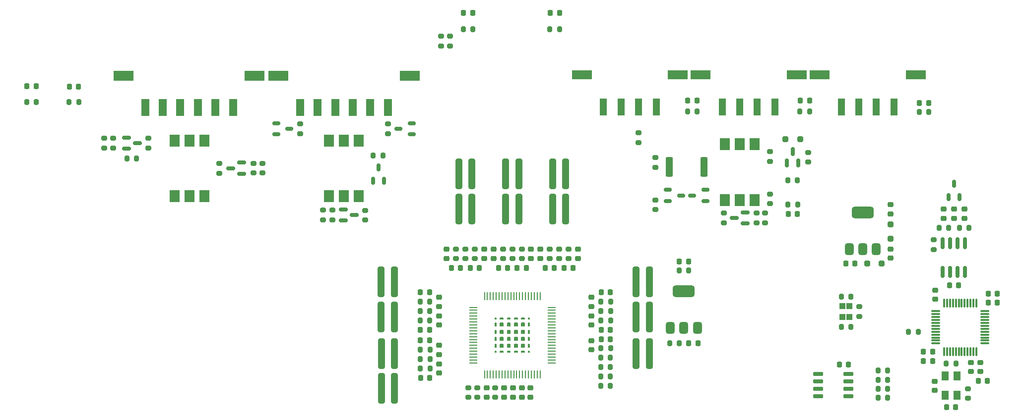
<source format=gbr>
%TF.GenerationSoftware,KiCad,Pcbnew,8.0.2*%
%TF.CreationDate,2024-06-27T20:48:59+03:00*%
%TF.ProjectId,MVBMS,4d56424d-532e-46b6-9963-61645f706362,rev?*%
%TF.SameCoordinates,Original*%
%TF.FileFunction,Paste,Top*%
%TF.FilePolarity,Positive*%
%FSLAX46Y46*%
G04 Gerber Fmt 4.6, Leading zero omitted, Abs format (unit mm)*
G04 Created by KiCad (PCBNEW 8.0.2) date 2024-06-27 20:48:59*
%MOMM*%
%LPD*%
G01*
G04 APERTURE LIST*
G04 Aperture macros list*
%AMRoundRect*
0 Rectangle with rounded corners*
0 $1 Rounding radius*
0 $2 $3 $4 $5 $6 $7 $8 $9 X,Y pos of 4 corners*
0 Add a 4 corners polygon primitive as box body*
4,1,4,$2,$3,$4,$5,$6,$7,$8,$9,$2,$3,0*
0 Add four circle primitives for the rounded corners*
1,1,$1+$1,$2,$3*
1,1,$1+$1,$4,$5*
1,1,$1+$1,$6,$7*
1,1,$1+$1,$8,$9*
0 Add four rect primitives between the rounded corners*
20,1,$1+$1,$2,$3,$4,$5,0*
20,1,$1+$1,$4,$5,$6,$7,0*
20,1,$1+$1,$6,$7,$8,$9,0*
20,1,$1+$1,$8,$9,$2,$3,0*%
G04 Aperture macros list end*
%ADD10C,0.200000*%
%ADD11RoundRect,0.225000X0.250000X-0.225000X0.250000X0.225000X-0.250000X0.225000X-0.250000X-0.225000X0*%
%ADD12RoundRect,0.200000X0.200000X0.275000X-0.200000X0.275000X-0.200000X-0.275000X0.200000X-0.275000X0*%
%ADD13RoundRect,0.200000X-0.200000X-0.275000X0.200000X-0.275000X0.200000X0.275000X-0.200000X0.275000X0*%
%ADD14RoundRect,0.200000X-0.275000X0.200000X-0.275000X-0.200000X0.275000X-0.200000X0.275000X0.200000X0*%
%ADD15RoundRect,0.218750X0.218750X0.256250X-0.218750X0.256250X-0.218750X-0.256250X0.218750X-0.256250X0*%
%ADD16R,1.780000X2.000000*%
%ADD17RoundRect,0.225000X-0.250000X0.225000X-0.250000X-0.225000X0.250000X-0.225000X0.250000X0.225000X0*%
%ADD18RoundRect,0.200000X0.275000X-0.200000X0.275000X0.200000X-0.275000X0.200000X-0.275000X-0.200000X0*%
%ADD19RoundRect,0.225000X-0.225000X-0.250000X0.225000X-0.250000X0.225000X0.250000X-0.225000X0.250000X0*%
%ADD20RoundRect,0.218750X-0.218750X-0.256250X0.218750X-0.256250X0.218750X0.256250X-0.218750X0.256250X0*%
%ADD21R,3.430000X1.650000*%
%ADD22R,1.270000X3.000000*%
%ADD23RoundRect,0.250000X0.325000X2.350000X-0.325000X2.350000X-0.325000X-2.350000X0.325000X-2.350000X0*%
%ADD24RoundRect,0.150000X0.150000X-0.512500X0.150000X0.512500X-0.150000X0.512500X-0.150000X-0.512500X0*%
%ADD25R,1.346200X2.997200*%
%ADD26R,3.505200X1.727200*%
%ADD27RoundRect,0.225000X0.225000X0.250000X-0.225000X0.250000X-0.225000X-0.250000X0.225000X-0.250000X0*%
%ADD28RoundRect,0.375000X0.375000X-0.625000X0.375000X0.625000X-0.375000X0.625000X-0.375000X-0.625000X0*%
%ADD29RoundRect,0.500000X1.400000X-0.500000X1.400000X0.500000X-1.400000X0.500000X-1.400000X-0.500000X0*%
%ADD30RoundRect,0.250000X-0.362500X-1.425000X0.362500X-1.425000X0.362500X1.425000X-0.362500X1.425000X0*%
%ADD31RoundRect,0.250000X-0.325000X-2.350000X0.325000X-2.350000X0.325000X2.350000X-0.325000X2.350000X0*%
%ADD32RoundRect,0.150000X0.512500X0.150000X-0.512500X0.150000X-0.512500X-0.150000X0.512500X-0.150000X0*%
%ADD33RoundRect,0.150000X-0.512500X-0.150000X0.512500X-0.150000X0.512500X0.150000X-0.512500X0.150000X0*%
%ADD34RoundRect,0.150000X0.150000X-0.587500X0.150000X0.587500X-0.150000X0.587500X-0.150000X-0.587500X0*%
%ADD35RoundRect,0.150000X-0.587500X-0.150000X0.587500X-0.150000X0.587500X0.150000X-0.587500X0.150000X0*%
%ADD36RoundRect,0.150000X0.150000X-0.825000X0.150000X0.825000X-0.150000X0.825000X-0.150000X-0.825000X0*%
%ADD37RoundRect,0.218750X-0.256250X0.218750X-0.256250X-0.218750X0.256250X-0.218750X0.256250X0.218750X0*%
%ADD38R,1.000000X1.000000*%
%ADD39RoundRect,0.075000X0.075000X-0.662500X0.075000X0.662500X-0.075000X0.662500X-0.075000X-0.662500X0*%
%ADD40RoundRect,0.075000X0.662500X-0.075000X0.662500X0.075000X-0.662500X0.075000X-0.662500X-0.075000X0*%
%ADD41RoundRect,0.250000X-0.250000X-0.250000X0.250000X-0.250000X0.250000X0.250000X-0.250000X0.250000X0*%
%ADD42RoundRect,0.218750X0.256250X-0.218750X0.256250X0.218750X-0.256250X0.218750X-0.256250X-0.218750X0*%
%ADD43RoundRect,0.250000X0.250000X-0.250000X0.250000X0.250000X-0.250000X0.250000X-0.250000X-0.250000X0*%
%ADD44O,1.500000X0.250000*%
%ADD45O,0.250000X1.500000*%
%ADD46RoundRect,0.150000X0.587500X0.150000X-0.587500X0.150000X-0.587500X-0.150000X0.587500X-0.150000X0*%
%ADD47RoundRect,0.150000X-0.725000X-0.150000X0.725000X-0.150000X0.725000X0.150000X-0.725000X0.150000X0*%
%ADD48R,1.300000X1.600000*%
%ADD49RoundRect,0.250000X0.250000X0.250000X-0.250000X0.250000X-0.250000X-0.250000X0.250000X-0.250000X0*%
G04 APERTURE END LIST*
%TO.C,U3*%
D10*
X189425000Y-160175000D02*
X189275000Y-160175000D01*
X189275000Y-160025000D01*
X189425000Y-160025000D01*
X189425000Y-160175000D01*
G36*
X189425000Y-160175000D02*
G01*
X189275000Y-160175000D01*
X189275000Y-160025000D01*
X189425000Y-160025000D01*
X189425000Y-160175000D01*
G37*
X189425000Y-160875000D02*
X189275000Y-160875000D01*
X189275000Y-161375000D01*
X189425000Y-161375000D01*
X189425000Y-160875000D01*
G36*
X189425000Y-160875000D02*
G01*
X189275000Y-160875000D01*
X189275000Y-161375000D01*
X189425000Y-161375000D01*
X189425000Y-160875000D01*
G37*
X189425000Y-162075000D02*
X189275000Y-162075000D01*
X189275000Y-162575000D01*
X189425000Y-162575000D01*
X189425000Y-162075000D01*
G36*
X189425000Y-162075000D02*
G01*
X189275000Y-162075000D01*
X189275000Y-162575000D01*
X189425000Y-162575000D01*
X189425000Y-162075000D01*
G37*
X189425000Y-163275000D02*
X189275000Y-163275000D01*
X189275000Y-163775000D01*
X189425000Y-163775000D01*
X189425000Y-163275000D01*
G36*
X189425000Y-163275000D02*
G01*
X189275000Y-163275000D01*
X189275000Y-163775000D01*
X189425000Y-163775000D01*
X189425000Y-163275000D01*
G37*
X189425000Y-164475000D02*
X189275000Y-164475000D01*
X189275000Y-164975000D01*
X189425000Y-164975000D01*
X189425000Y-164475000D01*
G36*
X189425000Y-164475000D02*
G01*
X189275000Y-164475000D01*
X189275000Y-164975000D01*
X189425000Y-164975000D01*
X189425000Y-164475000D01*
G37*
X189425000Y-165825000D02*
X189275000Y-165825000D01*
X189275000Y-165675000D01*
X189425000Y-165675000D01*
X189425000Y-165825000D01*
G36*
X189425000Y-165825000D02*
G01*
X189275000Y-165825000D01*
X189275000Y-165675000D01*
X189425000Y-165675000D01*
X189425000Y-165825000D01*
G37*
X190625000Y-160175000D02*
X190125000Y-160175000D01*
X190125000Y-160025000D01*
X190625000Y-160025000D01*
X190625000Y-160175000D01*
G36*
X190625000Y-160175000D02*
G01*
X190125000Y-160175000D01*
X190125000Y-160025000D01*
X190625000Y-160025000D01*
X190625000Y-160175000D01*
G37*
X190625000Y-161375000D02*
X190125000Y-161375000D01*
X190125000Y-160875000D01*
X190625000Y-160875000D01*
X190625000Y-161375000D01*
G36*
X190625000Y-161375000D02*
G01*
X190125000Y-161375000D01*
X190125000Y-160875000D01*
X190625000Y-160875000D01*
X190625000Y-161375000D01*
G37*
X190625000Y-162575000D02*
X190125000Y-162575000D01*
X190125000Y-162075000D01*
X190625000Y-162075000D01*
X190625000Y-162575000D01*
G36*
X190625000Y-162575000D02*
G01*
X190125000Y-162575000D01*
X190125000Y-162075000D01*
X190625000Y-162075000D01*
X190625000Y-162575000D01*
G37*
X190625000Y-163775000D02*
X190125000Y-163775000D01*
X190125000Y-163275000D01*
X190625000Y-163275000D01*
X190625000Y-163775000D01*
G36*
X190625000Y-163775000D02*
G01*
X190125000Y-163775000D01*
X190125000Y-163275000D01*
X190625000Y-163275000D01*
X190625000Y-163775000D01*
G37*
X190625000Y-164975000D02*
X190125000Y-164975000D01*
X190125000Y-164475000D01*
X190625000Y-164475000D01*
X190625000Y-164975000D01*
G36*
X190625000Y-164975000D02*
G01*
X190125000Y-164975000D01*
X190125000Y-164475000D01*
X190625000Y-164475000D01*
X190625000Y-164975000D01*
G37*
X190625000Y-165825000D02*
X190125000Y-165825000D01*
X190125000Y-165675000D01*
X190625000Y-165675000D01*
X190625000Y-165825000D01*
G36*
X190625000Y-165825000D02*
G01*
X190125000Y-165825000D01*
X190125000Y-165675000D01*
X190625000Y-165675000D01*
X190625000Y-165825000D01*
G37*
X191825000Y-160175000D02*
X191325000Y-160175000D01*
X191325000Y-160025000D01*
X191825000Y-160025000D01*
X191825000Y-160175000D01*
G36*
X191825000Y-160175000D02*
G01*
X191325000Y-160175000D01*
X191325000Y-160025000D01*
X191825000Y-160025000D01*
X191825000Y-160175000D01*
G37*
X191825000Y-161375000D02*
X191325000Y-161375000D01*
X191325000Y-160875000D01*
X191825000Y-160875000D01*
X191825000Y-161375000D01*
G36*
X191825000Y-161375000D02*
G01*
X191325000Y-161375000D01*
X191325000Y-160875000D01*
X191825000Y-160875000D01*
X191825000Y-161375000D01*
G37*
X191825000Y-162575000D02*
X191325000Y-162575000D01*
X191325000Y-162075000D01*
X191825000Y-162075000D01*
X191825000Y-162575000D01*
G36*
X191825000Y-162575000D02*
G01*
X191325000Y-162575000D01*
X191325000Y-162075000D01*
X191825000Y-162075000D01*
X191825000Y-162575000D01*
G37*
X191825000Y-163775000D02*
X191325000Y-163775000D01*
X191325000Y-163275000D01*
X191825000Y-163275000D01*
X191825000Y-163775000D01*
G36*
X191825000Y-163775000D02*
G01*
X191325000Y-163775000D01*
X191325000Y-163275000D01*
X191825000Y-163275000D01*
X191825000Y-163775000D01*
G37*
X191825000Y-164975000D02*
X191325000Y-164975000D01*
X191325000Y-164475000D01*
X191825000Y-164475000D01*
X191825000Y-164975000D01*
G36*
X191825000Y-164975000D02*
G01*
X191325000Y-164975000D01*
X191325000Y-164475000D01*
X191825000Y-164475000D01*
X191825000Y-164975000D01*
G37*
X191825000Y-165825000D02*
X191325000Y-165825000D01*
X191325000Y-165675000D01*
X191825000Y-165675000D01*
X191825000Y-165825000D01*
G36*
X191825000Y-165825000D02*
G01*
X191325000Y-165825000D01*
X191325000Y-165675000D01*
X191825000Y-165675000D01*
X191825000Y-165825000D01*
G37*
X193025000Y-160175000D02*
X192525000Y-160175000D01*
X192525000Y-160025000D01*
X193025000Y-160025000D01*
X193025000Y-160175000D01*
G36*
X193025000Y-160175000D02*
G01*
X192525000Y-160175000D01*
X192525000Y-160025000D01*
X193025000Y-160025000D01*
X193025000Y-160175000D01*
G37*
X193025000Y-161375000D02*
X192525000Y-161375000D01*
X192525000Y-160875000D01*
X193025000Y-160875000D01*
X193025000Y-161375000D01*
G36*
X193025000Y-161375000D02*
G01*
X192525000Y-161375000D01*
X192525000Y-160875000D01*
X193025000Y-160875000D01*
X193025000Y-161375000D01*
G37*
X193025000Y-162575000D02*
X192525000Y-162575000D01*
X192525000Y-162075000D01*
X193025000Y-162075000D01*
X193025000Y-162575000D01*
G36*
X193025000Y-162575000D02*
G01*
X192525000Y-162575000D01*
X192525000Y-162075000D01*
X193025000Y-162075000D01*
X193025000Y-162575000D01*
G37*
X193025000Y-163775000D02*
X192525000Y-163775000D01*
X192525000Y-163275000D01*
X193025000Y-163275000D01*
X193025000Y-163775000D01*
G36*
X193025000Y-163775000D02*
G01*
X192525000Y-163775000D01*
X192525000Y-163275000D01*
X193025000Y-163275000D01*
X193025000Y-163775000D01*
G37*
X193025000Y-164975000D02*
X192525000Y-164975000D01*
X192525000Y-164475000D01*
X193025000Y-164475000D01*
X193025000Y-164975000D01*
G36*
X193025000Y-164975000D02*
G01*
X192525000Y-164975000D01*
X192525000Y-164475000D01*
X193025000Y-164475000D01*
X193025000Y-164975000D01*
G37*
X193025000Y-165825000D02*
X192525000Y-165825000D01*
X192525000Y-165675000D01*
X193025000Y-165675000D01*
X193025000Y-165825000D01*
G36*
X193025000Y-165825000D02*
G01*
X192525000Y-165825000D01*
X192525000Y-165675000D01*
X193025000Y-165675000D01*
X193025000Y-165825000D01*
G37*
X194225000Y-160175000D02*
X193725000Y-160175000D01*
X193725000Y-160025000D01*
X194225000Y-160025000D01*
X194225000Y-160175000D01*
G36*
X194225000Y-160175000D02*
G01*
X193725000Y-160175000D01*
X193725000Y-160025000D01*
X194225000Y-160025000D01*
X194225000Y-160175000D01*
G37*
X194225000Y-161375000D02*
X193725000Y-161375000D01*
X193725000Y-160875000D01*
X194225000Y-160875000D01*
X194225000Y-161375000D01*
G36*
X194225000Y-161375000D02*
G01*
X193725000Y-161375000D01*
X193725000Y-160875000D01*
X194225000Y-160875000D01*
X194225000Y-161375000D01*
G37*
X194225000Y-162575000D02*
X193725000Y-162575000D01*
X193725000Y-162075000D01*
X194225000Y-162075000D01*
X194225000Y-162575000D01*
G36*
X194225000Y-162575000D02*
G01*
X193725000Y-162575000D01*
X193725000Y-162075000D01*
X194225000Y-162075000D01*
X194225000Y-162575000D01*
G37*
X194225000Y-163775000D02*
X193725000Y-163775000D01*
X193725000Y-163275000D01*
X194225000Y-163275000D01*
X194225000Y-163775000D01*
G36*
X194225000Y-163775000D02*
G01*
X193725000Y-163775000D01*
X193725000Y-163275000D01*
X194225000Y-163275000D01*
X194225000Y-163775000D01*
G37*
X194225000Y-164975000D02*
X193725000Y-164975000D01*
X193725000Y-164475000D01*
X194225000Y-164475000D01*
X194225000Y-164975000D01*
G36*
X194225000Y-164975000D02*
G01*
X193725000Y-164975000D01*
X193725000Y-164475000D01*
X194225000Y-164475000D01*
X194225000Y-164975000D01*
G37*
X194225000Y-165825000D02*
X193725000Y-165825000D01*
X193725000Y-165675000D01*
X194225000Y-165675000D01*
X194225000Y-165825000D01*
G36*
X194225000Y-165825000D02*
G01*
X193725000Y-165825000D01*
X193725000Y-165675000D01*
X194225000Y-165675000D01*
X194225000Y-165825000D01*
G37*
X195075000Y-160175000D02*
X194925000Y-160175000D01*
X194925000Y-160025000D01*
X195075000Y-160025000D01*
X195075000Y-160175000D01*
G36*
X195075000Y-160175000D02*
G01*
X194925000Y-160175000D01*
X194925000Y-160025000D01*
X195075000Y-160025000D01*
X195075000Y-160175000D01*
G37*
X195075000Y-160875000D02*
X194925000Y-160875000D01*
X194925000Y-161375000D01*
X195075000Y-161375000D01*
X195075000Y-160875000D01*
G36*
X195075000Y-160875000D02*
G01*
X194925000Y-160875000D01*
X194925000Y-161375000D01*
X195075000Y-161375000D01*
X195075000Y-160875000D01*
G37*
X195075000Y-162075000D02*
X194925000Y-162075000D01*
X194925000Y-162575000D01*
X195075000Y-162575000D01*
X195075000Y-162075000D01*
G36*
X195075000Y-162075000D02*
G01*
X194925000Y-162075000D01*
X194925000Y-162575000D01*
X195075000Y-162575000D01*
X195075000Y-162075000D01*
G37*
X195075000Y-163275000D02*
X194925000Y-163275000D01*
X194925000Y-163775000D01*
X195075000Y-163775000D01*
X195075000Y-163275000D01*
G36*
X195075000Y-163275000D02*
G01*
X194925000Y-163275000D01*
X194925000Y-163775000D01*
X195075000Y-163775000D01*
X195075000Y-163275000D01*
G37*
X195075000Y-164475000D02*
X194925000Y-164475000D01*
X194925000Y-164975000D01*
X195075000Y-164975000D01*
X195075000Y-164475000D01*
G36*
X195075000Y-164475000D02*
G01*
X194925000Y-164475000D01*
X194925000Y-164975000D01*
X195075000Y-164975000D01*
X195075000Y-164475000D01*
G37*
X195075000Y-165825000D02*
X194925000Y-165825000D01*
X194925000Y-165675000D01*
X195075000Y-165675000D01*
X195075000Y-165825000D01*
G36*
X195075000Y-165825000D02*
G01*
X194925000Y-165825000D01*
X194925000Y-165675000D01*
X195075000Y-165675000D01*
X195075000Y-165825000D01*
G37*
%TD*%
D11*
%TO.C,C43*%
X203375000Y-149800000D03*
X203375000Y-148250000D03*
%TD*%
%TO.C,C24*%
X179675000Y-166225000D03*
X179675000Y-164675000D03*
%TD*%
D12*
%TO.C,R11*%
X261433097Y-162350000D03*
X259783097Y-162350000D03*
%TD*%
D13*
%TO.C,R51*%
X176475000Y-167025000D03*
X178125000Y-167025000D03*
%TD*%
D14*
%TO.C,R62*%
X182575000Y-148200000D03*
X182575000Y-149850000D03*
%TD*%
D13*
%TO.C,R13*%
X261597500Y-124768750D03*
X263247500Y-124768750D03*
%TD*%
D15*
%TO.C,D18*%
X110922501Y-120371250D03*
X109347499Y-120371250D03*
%TD*%
D16*
%TO.C,U6*%
X134550000Y-139185000D03*
X137090000Y-139185000D03*
X139630000Y-139185000D03*
X139630000Y-129655000D03*
X137090000Y-129655000D03*
X134550000Y-129655000D03*
%TD*%
D17*
%TO.C,C21*%
X187775000Y-171950000D03*
X187775000Y-173500000D03*
%TD*%
D18*
%TO.C,R40*%
X167085300Y-143262500D03*
X167085300Y-141612500D03*
%TD*%
D19*
%TO.C,C6*%
X273378098Y-157390000D03*
X274928098Y-157390000D03*
%TD*%
%TO.C,C19*%
X222285000Y-164270000D03*
X223835000Y-164270000D03*
%TD*%
D17*
%TO.C,C15*%
X269310000Y-141387500D03*
X269310000Y-142937500D03*
%TD*%
D12*
%TO.C,R10*%
X256220000Y-173590000D03*
X254570000Y-173590000D03*
%TD*%
D13*
%TO.C,R42*%
X239190000Y-136475000D03*
X240840000Y-136475000D03*
%TD*%
D19*
%TO.C,C3*%
X273385000Y-155862500D03*
X274935000Y-155862500D03*
%TD*%
D20*
%TO.C,D16*%
X222132500Y-122780000D03*
X223707500Y-122780000D03*
%TD*%
D18*
%TO.C,R3*%
X251407345Y-159722655D03*
X251407345Y-158072655D03*
%TD*%
D12*
%TO.C,R76*%
X208937500Y-158825000D03*
X207287500Y-158825000D03*
%TD*%
D18*
%TO.C,R45*%
X130023900Y-130921400D03*
X130023900Y-129271400D03*
%TD*%
%TO.C,R83*%
X148000000Y-135210000D03*
X148000000Y-133560000D03*
%TD*%
D14*
%TO.C,R66*%
X192175000Y-148200000D03*
X192175000Y-149850000D03*
%TD*%
D19*
%TO.C,C33*%
X181800000Y-151425000D03*
X183350000Y-151425000D03*
%TD*%
D13*
%TO.C,R50*%
X176475000Y-165425000D03*
X178125000Y-165425000D03*
%TD*%
D21*
%TO.C,J3*%
X220440000Y-118450000D03*
X204030000Y-118450000D03*
D22*
X216740000Y-123930000D03*
X213740000Y-123930000D03*
X210740000Y-123930000D03*
X207740000Y-123930000D03*
%TD*%
D13*
%TO.C,R46*%
X126418900Y-132696400D03*
X128068900Y-132696400D03*
%TD*%
D23*
%TO.C,R18*%
X215535000Y-166070000D03*
X213285000Y-166070000D03*
%TD*%
D20*
%TO.C,D14*%
X239245000Y-142190000D03*
X240820000Y-142190000D03*
%TD*%
D13*
%TO.C,R17*%
X198562500Y-110640000D03*
X200212500Y-110640000D03*
%TD*%
D24*
%TO.C,D5*%
X266610000Y-139312500D03*
X268510000Y-139312500D03*
X267560000Y-137037500D03*
%TD*%
D11*
%TO.C,C25*%
X179675000Y-169400000D03*
X179675000Y-167850000D03*
%TD*%
D23*
%TO.C,R79*%
X215555000Y-153780000D03*
X213305000Y-153780000D03*
%TD*%
D19*
%TO.C,C41*%
X197800000Y-151425000D03*
X199350000Y-151425000D03*
%TD*%
D25*
%TO.C,J6*%
X129520000Y-124040000D03*
X132519999Y-124040000D03*
X135519998Y-124040000D03*
X138519998Y-124040000D03*
X141519997Y-124040000D03*
X144519996Y-124040000D03*
D26*
X125818598Y-118553600D03*
X148221398Y-118553600D03*
%TD*%
D13*
%TO.C,R34*%
X168430300Y-132245000D03*
X170080300Y-132245000D03*
%TD*%
D14*
%TO.C,R44*%
X142180000Y-133585000D03*
X142180000Y-135235000D03*
%TD*%
D27*
%TO.C,C27*%
X178050000Y-163825000D03*
X176500000Y-163825000D03*
%TD*%
D17*
%TO.C,C44*%
X205675000Y-159650000D03*
X205675000Y-161200000D03*
%TD*%
D14*
%TO.C,R86*%
X235340000Y-142055000D03*
X235340000Y-143705000D03*
%TD*%
D13*
%TO.C,R5*%
X248317345Y-161522655D03*
X249967345Y-161522655D03*
%TD*%
D11*
%TO.C,C7*%
X264353098Y-156765000D03*
X264353098Y-155215000D03*
%TD*%
D27*
%TO.C,C13*%
X268335000Y-154362500D03*
X266785000Y-154362500D03*
%TD*%
%TO.C,C26*%
X178075000Y-170225000D03*
X176525000Y-170225000D03*
%TD*%
D28*
%TO.C,U1*%
X249665000Y-148220000D03*
X251965000Y-148220000D03*
D29*
X251965000Y-141920000D03*
D28*
X254265000Y-148220000D03*
%TD*%
D16*
%TO.C,U5*%
X160917800Y-139185000D03*
X163457800Y-139185000D03*
X165997800Y-139185000D03*
X165997800Y-129655000D03*
X163457800Y-129655000D03*
X160917800Y-129655000D03*
%TD*%
D30*
%TO.C,R30*%
X218972500Y-134200000D03*
X224897500Y-134200000D03*
%TD*%
D13*
%TO.C,R12*%
X183820000Y-110640000D03*
X185470000Y-110640000D03*
%TD*%
D23*
%TO.C,R78*%
X215535000Y-159780000D03*
X213285000Y-159780000D03*
%TD*%
D31*
%TO.C,R54*%
X169825000Y-172050000D03*
X172075000Y-172050000D03*
%TD*%
D13*
%TO.C,R57*%
X176450000Y-160425000D03*
X178100000Y-160425000D03*
%TD*%
D27*
%TO.C,C30*%
X178050000Y-162025000D03*
X176500000Y-162025000D03*
%TD*%
D14*
%TO.C,R82*%
X124030000Y-129271400D03*
X124030000Y-130921400D03*
%TD*%
D18*
%TO.C,R26*%
X186170000Y-173545000D03*
X186170000Y-171895000D03*
%TD*%
D14*
%TO.C,R2*%
X179990000Y-111855000D03*
X179990000Y-113505000D03*
%TD*%
D12*
%TO.C,R20*%
X208945000Y-165180000D03*
X207295000Y-165180000D03*
%TD*%
D15*
%TO.C,D19*%
X118155001Y-120411250D03*
X116579999Y-120411250D03*
%TD*%
D18*
%TO.C,R85*%
X233825000Y-143705000D03*
X233825000Y-142055000D03*
%TD*%
D13*
%TO.C,R55*%
X176450000Y-157225000D03*
X178100000Y-157225000D03*
%TD*%
D19*
%TO.C,C2*%
X266283098Y-175245000D03*
X267833098Y-175245000D03*
%TD*%
D14*
%TO.C,R28*%
X228270000Y-142055000D03*
X228270000Y-143705000D03*
%TD*%
D23*
%TO.C,R74*%
X201295000Y-135330000D03*
X199045000Y-135330000D03*
%TD*%
D32*
%TO.C,D13*%
X225160000Y-139990000D03*
X225160000Y-138090000D03*
X222885000Y-139040000D03*
%TD*%
D13*
%TO.C,R43*%
X239207500Y-140640000D03*
X240857500Y-140640000D03*
%TD*%
D33*
%TO.C,D12*%
X218710000Y-138090000D03*
X218710000Y-139990000D03*
X220985000Y-139040000D03*
%TD*%
D13*
%TO.C,R87*%
X254575000Y-169000000D03*
X256225000Y-169000000D03*
%TD*%
D17*
%TO.C,C9*%
X270450000Y-167587500D03*
X270450000Y-169137500D03*
%TD*%
D13*
%TO.C,R19*%
X207275000Y-166775000D03*
X208925000Y-166775000D03*
%TD*%
D32*
%TO.C,D11*%
X174985300Y-128575000D03*
X174985300Y-126675000D03*
X172710300Y-127625000D03*
%TD*%
D34*
%TO.C,Q3*%
X239065000Y-133455001D03*
X240965000Y-133455001D03*
X240015000Y-131580000D03*
%TD*%
D12*
%TO.C,R9*%
X267878098Y-167740000D03*
X266228098Y-167740000D03*
%TD*%
D14*
%TO.C,R61*%
X184175000Y-148200000D03*
X184175000Y-149850000D03*
%TD*%
D21*
%TO.C,J5*%
X240685000Y-118450000D03*
X224275000Y-118450000D03*
D22*
X236985000Y-123930000D03*
X233985000Y-123930000D03*
X230985000Y-123930000D03*
X227985000Y-123930000D03*
%TD*%
D13*
%TO.C,R16*%
X268460000Y-144587500D03*
X270110000Y-144587500D03*
%TD*%
D18*
%TO.C,R0*%
X184660000Y-173545000D03*
X184660000Y-171895000D03*
%TD*%
D35*
%TO.C,Q2*%
X163320300Y-141447500D03*
X163320300Y-143347500D03*
X165195300Y-142397500D03*
%TD*%
D11*
%TO.C,C1*%
X264253098Y-172365000D03*
X264253098Y-170815000D03*
%TD*%
D14*
%TO.C,R14*%
X264050000Y-146615000D03*
X264050000Y-148265000D03*
%TD*%
D12*
%TO.C,R27*%
X222305000Y-151897730D03*
X220655000Y-151897730D03*
%TD*%
D11*
%TO.C,C14*%
X265810000Y-142937500D03*
X265810000Y-141387500D03*
%TD*%
D14*
%TO.C,R32*%
X216610000Y-139805000D03*
X216610000Y-141455000D03*
%TD*%
D12*
%TO.C,R23*%
X208925000Y-169975000D03*
X207275000Y-169975000D03*
%TD*%
D19*
%TO.C,C47*%
X207337500Y-162025000D03*
X208887500Y-162025000D03*
%TD*%
D14*
%TO.C,R65*%
X193775000Y-148200000D03*
X193775000Y-149850000D03*
%TD*%
%TO.C,R41*%
X242639609Y-131692501D03*
X242639609Y-133342501D03*
%TD*%
D11*
%TO.C,C28*%
X179650000Y-158000000D03*
X179650000Y-156450000D03*
%TD*%
D36*
%TO.C,U2*%
X265645000Y-152137500D03*
X266915000Y-152137500D03*
X268185000Y-152137500D03*
X269455000Y-152137500D03*
X269455000Y-147187500D03*
X268185000Y-147187500D03*
X266915000Y-147187500D03*
X265645000Y-147187500D03*
%TD*%
D14*
%TO.C,R37*%
X236135000Y-138805000D03*
X236135000Y-140455000D03*
%TD*%
D25*
%TO.C,J2*%
X155940000Y-124040000D03*
X158939999Y-124040000D03*
X161939998Y-124040000D03*
X164939998Y-124040000D03*
X167939997Y-124040000D03*
X170939996Y-124040000D03*
D26*
X152238598Y-118553600D03*
X174641398Y-118553600D03*
%TD*%
D13*
%TO.C,R15*%
X264990000Y-144587500D03*
X266640000Y-144587500D03*
%TD*%
D11*
%TO.C,C17*%
X205650000Y-165425000D03*
X205650000Y-163875000D03*
%TD*%
D13*
%TO.C,R56*%
X176450000Y-158835000D03*
X178100000Y-158835000D03*
%TD*%
D12*
%TO.C,R77*%
X208937500Y-157225000D03*
X207287500Y-157225000D03*
%TD*%
D11*
%TO.C,C42*%
X196975000Y-149800000D03*
X196975000Y-148250000D03*
%TD*%
D14*
%TO.C,R36*%
X236135000Y-131575000D03*
X236135000Y-133225000D03*
%TD*%
D13*
%TO.C,R47*%
X222075000Y-124720000D03*
X223725000Y-124720000D03*
%TD*%
D37*
%TO.C,F0*%
X256765000Y-140607500D03*
X256765000Y-142182500D03*
%TD*%
D19*
%TO.C,C32*%
X185000000Y-151425000D03*
X186550000Y-151425000D03*
%TD*%
D14*
%TO.C,R39*%
X159867800Y-141572500D03*
X159867800Y-143222500D03*
%TD*%
D38*
%TO.C,D0*%
X248482345Y-157977655D03*
X249732345Y-157977655D03*
X249732345Y-159827655D03*
X248482345Y-159827655D03*
%TD*%
D39*
%TO.C,U0*%
X265870000Y-165752500D03*
X266370000Y-165752500D03*
X266870000Y-165752500D03*
X267370000Y-165752500D03*
X267870000Y-165752500D03*
X268370000Y-165752500D03*
X268870000Y-165752500D03*
X269370000Y-165752500D03*
X269870000Y-165752500D03*
X270370000Y-165752500D03*
X270870000Y-165752500D03*
X271370000Y-165752500D03*
D40*
X272782500Y-164340000D03*
X272782500Y-163840000D03*
X272782500Y-163340000D03*
X272782500Y-162840000D03*
X272782500Y-162340000D03*
X272782500Y-161840000D03*
X272782500Y-161340000D03*
X272782500Y-160840000D03*
X272782500Y-160340000D03*
X272782500Y-159840000D03*
X272782500Y-159340000D03*
X272782500Y-158840000D03*
D39*
X271370000Y-157427500D03*
X270870000Y-157427500D03*
X270370000Y-157427500D03*
X269870000Y-157427500D03*
X269370000Y-157427500D03*
X268870000Y-157427500D03*
X268370000Y-157427500D03*
X267870000Y-157427500D03*
X267370000Y-157427500D03*
X266870000Y-157427500D03*
X266370000Y-157427500D03*
X265870000Y-157427500D03*
D40*
X264457500Y-158840000D03*
X264457500Y-159340000D03*
X264457500Y-159840000D03*
X264457500Y-160340000D03*
X264457500Y-160840000D03*
X264457500Y-161340000D03*
X264457500Y-161840000D03*
X264457500Y-162340000D03*
X264457500Y-162840000D03*
X264457500Y-163340000D03*
X264457500Y-163840000D03*
X264457500Y-164340000D03*
%TD*%
D12*
%TO.C,R4*%
X249967345Y-156322655D03*
X248317345Y-156322655D03*
%TD*%
D14*
%TO.C,R67*%
X190575000Y-148200000D03*
X190575000Y-149850000D03*
%TD*%
D27*
%TO.C,C8*%
X263883097Y-165787347D03*
X262333097Y-165787347D03*
%TD*%
D41*
%TO.C,D15*%
X238777500Y-129430002D03*
X241277500Y-129430002D03*
%TD*%
D42*
%TO.C,FB0*%
X195275000Y-173512500D03*
X195275000Y-171937500D03*
%TD*%
D14*
%TO.C,R33*%
X170947800Y-126800000D03*
X170947800Y-128450000D03*
%TD*%
D11*
%TO.C,C22*%
X192275000Y-173500000D03*
X192275000Y-171950000D03*
%TD*%
D33*
%TO.C,D10*%
X151872800Y-126680000D03*
X151872800Y-128580000D03*
X154147800Y-127630000D03*
%TD*%
D20*
%TO.C,D17*%
X241312500Y-122780000D03*
X242887500Y-122780000D03*
%TD*%
D13*
%TO.C,R52*%
X176475000Y-168625000D03*
X178125000Y-168625000D03*
%TD*%
D18*
%TO.C,R38*%
X161465300Y-143222500D03*
X161465300Y-141572500D03*
%TD*%
D14*
%TO.C,R70*%
X201775000Y-148200000D03*
X201775000Y-149850000D03*
%TD*%
D20*
%TO.C,D4*%
X261635000Y-123268750D03*
X263210000Y-123268750D03*
%TD*%
D14*
%TO.C,R72*%
X198575000Y-148200000D03*
X198575000Y-149850000D03*
%TD*%
D31*
%TO.C,R68*%
X191045000Y-141340000D03*
X193295000Y-141340000D03*
%TD*%
D11*
%TO.C,C23*%
X193775000Y-173500000D03*
X193775000Y-171950000D03*
%TD*%
D43*
%TO.C,D1*%
X256765000Y-146445000D03*
X256765000Y-143945000D03*
%TD*%
D11*
%TO.C,C29*%
X179650000Y-161200000D03*
X179650000Y-159650000D03*
%TD*%
D19*
%TO.C,C40*%
X201000000Y-151425000D03*
X202550000Y-151425000D03*
%TD*%
%TO.C,C12*%
X249077500Y-150695000D03*
X250627500Y-150695000D03*
%TD*%
D23*
%TO.C,R64*%
X185304900Y-135340000D03*
X183054900Y-135340000D03*
%TD*%
D11*
%TO.C,C11*%
X256765000Y-149770000D03*
X256765000Y-148220000D03*
%TD*%
D18*
%TO.C,R25*%
X189275000Y-173550000D03*
X189275000Y-171900000D03*
%TD*%
%TO.C,R81*%
X122500000Y-130921400D03*
X122500000Y-129271400D03*
%TD*%
D19*
%TO.C,C37*%
X189800000Y-151425000D03*
X191350000Y-151425000D03*
%TD*%
D44*
%TO.C,U3*%
X198862500Y-167675000D03*
X198862500Y-167175000D03*
X198862500Y-166675000D03*
X198862500Y-166175000D03*
X198862500Y-165675000D03*
X198862500Y-165175000D03*
X198862500Y-164675000D03*
X198862500Y-164175000D03*
X198862500Y-163675000D03*
X198862500Y-163175000D03*
X198862500Y-162675000D03*
X198862500Y-162175000D03*
X198862500Y-161675000D03*
X198862500Y-161175000D03*
X198862500Y-160675000D03*
X198862500Y-160175000D03*
X198862500Y-159675000D03*
X198862500Y-159175000D03*
X198862500Y-158675000D03*
X198862500Y-158175000D03*
D45*
X196925000Y-156237500D03*
X196425000Y-156237500D03*
X195925000Y-156237500D03*
X195425000Y-156237500D03*
X194925000Y-156237500D03*
X194425000Y-156237500D03*
X193925000Y-156237500D03*
X193425000Y-156237500D03*
X192925000Y-156237500D03*
X192425000Y-156237500D03*
X191925000Y-156237500D03*
X191425000Y-156237500D03*
X190925000Y-156237500D03*
X190425000Y-156237500D03*
X189925000Y-156237500D03*
X189425000Y-156237500D03*
X188925000Y-156237500D03*
X188425000Y-156237500D03*
X187925000Y-156237500D03*
X187425000Y-156237500D03*
D44*
X185487500Y-158175000D03*
X185487500Y-158675000D03*
X185487500Y-159175000D03*
X185487500Y-159675000D03*
X185487500Y-160175000D03*
X185487500Y-160675000D03*
X185487500Y-161175000D03*
X185487500Y-161675000D03*
X185487500Y-162175000D03*
X185487500Y-162675000D03*
X185487500Y-163175000D03*
X185487500Y-163675000D03*
X185487500Y-164175000D03*
X185487500Y-164675000D03*
X185487500Y-165175000D03*
X185487500Y-165675000D03*
X185487500Y-166175000D03*
X185487500Y-166675000D03*
X185487500Y-167175000D03*
X185487500Y-167675000D03*
D45*
X187425000Y-169612500D03*
X187925000Y-169612500D03*
X188425000Y-169612500D03*
X188925000Y-169612500D03*
X189425000Y-169612500D03*
X189925000Y-169612500D03*
X190425000Y-169612500D03*
X190925000Y-169612500D03*
X191425000Y-169612500D03*
X191925000Y-169612500D03*
X192425000Y-169612500D03*
X192925000Y-169612500D03*
X193425000Y-169612500D03*
X193925000Y-169612500D03*
X194425000Y-169612500D03*
X194925000Y-169612500D03*
X195425000Y-169612500D03*
X195925000Y-169612500D03*
X196425000Y-169612500D03*
X196925000Y-169612500D03*
%TD*%
D28*
%TO.C,Q0*%
X219160000Y-161707499D03*
X221460000Y-161707499D03*
D29*
X221460000Y-155407499D03*
D28*
X223760000Y-161707499D03*
%TD*%
D24*
%TO.C,D8*%
X168375300Y-136522500D03*
X170275300Y-136522500D03*
X169325300Y-134247500D03*
%TD*%
D11*
%TO.C,C39*%
X195375000Y-149800000D03*
X195375000Y-148250000D03*
%TD*%
D20*
%TO.C,D6*%
X198640000Y-107840000D03*
X200215000Y-107840000D03*
%TD*%
D46*
%TO.C,Q1*%
X231912500Y-143830000D03*
X231912500Y-141930000D03*
X230037500Y-142880000D03*
%TD*%
D15*
%TO.C,D7*%
X222267501Y-150340000D03*
X220692499Y-150340000D03*
%TD*%
D11*
%TO.C,C16*%
X267560000Y-142937500D03*
X267560000Y-141387500D03*
%TD*%
D12*
%TO.C,R75*%
X208937500Y-160425000D03*
X207287500Y-160425000D03*
%TD*%
D11*
%TO.C,C38*%
X188975000Y-149800000D03*
X188975000Y-148250000D03*
%TD*%
D12*
%TO.C,R21*%
X220680000Y-164272501D03*
X219030000Y-164272501D03*
%TD*%
%TO.C,R8*%
X256225000Y-172060000D03*
X254575000Y-172060000D03*
%TD*%
D14*
%TO.C,R1*%
X181510000Y-111855000D03*
X181510000Y-113505000D03*
%TD*%
D47*
%TO.C,IC0*%
X244390000Y-169525001D03*
X244390000Y-170795000D03*
X244390000Y-172065000D03*
X244390000Y-173334999D03*
X249540000Y-173334999D03*
X249540000Y-172065000D03*
X249540000Y-170795000D03*
X249540000Y-169525001D03*
%TD*%
D12*
%TO.C,R48*%
X242895000Y-124720000D03*
X241245000Y-124720000D03*
%TD*%
D13*
%TO.C,R80*%
X116547500Y-123031250D03*
X118197500Y-123031250D03*
%TD*%
D31*
%TO.C,R73*%
X199045000Y-141330000D03*
X201295000Y-141330000D03*
%TD*%
%TO.C,R63*%
X183054900Y-141340000D03*
X185304900Y-141340000D03*
%TD*%
D14*
%TO.C,R71*%
X200175000Y-148200000D03*
X200175000Y-149850000D03*
%TD*%
D19*
%TO.C,C46*%
X207337500Y-155625000D03*
X208887500Y-155625000D03*
%TD*%
D13*
%TO.C,R22*%
X207275000Y-171550000D03*
X208925000Y-171550000D03*
%TD*%
%TO.C,R49*%
X109310000Y-123031250D03*
X110960000Y-123031250D03*
%TD*%
D27*
%TO.C,C31*%
X178050000Y-155625000D03*
X176500000Y-155625000D03*
%TD*%
D31*
%TO.C,R59*%
X169795000Y-159780000D03*
X172045000Y-159780000D03*
%TD*%
D48*
%TO.C,WE-0*%
X268058098Y-173195000D03*
X268058098Y-169895000D03*
X266058098Y-169895000D03*
X266058098Y-173195000D03*
%TD*%
D12*
%TO.C,R24*%
X208925000Y-168375000D03*
X207275000Y-168375000D03*
%TD*%
D11*
%TO.C,C20*%
X190775000Y-173500000D03*
X190775000Y-171950000D03*
%TD*%
D35*
%TO.C,Q5*%
X126318900Y-129146400D03*
X126318900Y-131046400D03*
X128193900Y-130096400D03*
%TD*%
D11*
%TO.C,C35*%
X187375000Y-149800000D03*
X187375000Y-148250000D03*
%TD*%
D27*
%TO.C,C0*%
X249540000Y-167927500D03*
X247990000Y-167927500D03*
%TD*%
D31*
%TO.C,R53*%
X169825000Y-166050000D03*
X172075000Y-166050000D03*
%TD*%
D14*
%TO.C,R31*%
X216610000Y-132575000D03*
X216610000Y-134225000D03*
%TD*%
%TO.C,R60*%
X185775000Y-148200000D03*
X185775000Y-149850000D03*
%TD*%
D16*
%TO.C,U4*%
X228435000Y-139835000D03*
X230975000Y-139835000D03*
X233515000Y-139835000D03*
X233515000Y-130305000D03*
X230975000Y-130305000D03*
X228435000Y-130305000D03*
%TD*%
D18*
%TO.C,R29*%
X213740000Y-130005000D03*
X213740000Y-128355000D03*
%TD*%
D14*
%TO.C,R84*%
X149520000Y-133560000D03*
X149520000Y-135210000D03*
%TD*%
D11*
%TO.C,C34*%
X180975000Y-149800000D03*
X180975000Y-148250000D03*
%TD*%
D49*
%TO.C,D2*%
X255215000Y-150695000D03*
X252715000Y-150695000D03*
%TD*%
D21*
%TO.C,J4*%
X261010000Y-118450000D03*
X244600000Y-118450000D03*
D22*
X257310000Y-123930000D03*
X254310000Y-123930000D03*
X251310000Y-123930000D03*
X248310000Y-123930000D03*
%TD*%
D27*
%TO.C,C4*%
X263883097Y-167362500D03*
X262333097Y-167362500D03*
%TD*%
D14*
%TO.C,R35*%
X155947800Y-126805000D03*
X155947800Y-128455000D03*
%TD*%
D17*
%TO.C,C45*%
X205675000Y-156462500D03*
X205675000Y-158012500D03*
%TD*%
D14*
%TO.C,R7*%
X269903098Y-172062347D03*
X269903098Y-173712347D03*
%TD*%
D19*
%TO.C,C5*%
X271675000Y-170700000D03*
X273225000Y-170700000D03*
%TD*%
D23*
%TO.C,R69*%
X193295000Y-135340000D03*
X191045000Y-135340000D03*
%TD*%
D12*
%TO.C,R6*%
X256225000Y-170530000D03*
X254575000Y-170530000D03*
%TD*%
D46*
%TO.C,Q4*%
X145980000Y-135335000D03*
X145980000Y-133435000D03*
X144105000Y-134385000D03*
%TD*%
D31*
%TO.C,R58*%
X169795000Y-153790000D03*
X172045000Y-153790000D03*
%TD*%
D20*
%TO.C,D3*%
X183855000Y-107840000D03*
X185430000Y-107840000D03*
%TD*%
D17*
%TO.C,C10*%
X272050000Y-167587500D03*
X272050000Y-169137500D03*
%TD*%
D19*
%TO.C,C36*%
X193000000Y-151425000D03*
X194550000Y-151425000D03*
%TD*%
%TO.C,C18*%
X207345000Y-163600000D03*
X208895000Y-163600000D03*
%TD*%
M02*

</source>
